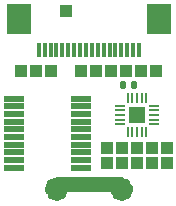
<source format=gbr>
%TF.GenerationSoftware,KiCad,Pcbnew,7.0.9-7.0.9~ubuntu22.04.1*%
%TF.CreationDate,2023-12-31T12:33:58+00:00*%
%TF.ProjectId,COM_MOD,434f4d5f-4d4f-4442-9e6b-696361645f70,1.0*%
%TF.SameCoordinates,Original*%
%TF.FileFunction,Soldermask,Top*%
%TF.FilePolarity,Negative*%
%FSLAX46Y46*%
G04 Gerber Fmt 4.6, Leading zero omitted, Abs format (unit mm)*
G04 Created by KiCad (PCBNEW 7.0.9-7.0.9~ubuntu22.04.1) date 2023-12-31 12:33:58*
%MOMM*%
%LPD*%
G01*
G04 APERTURE LIST*
G04 Aperture macros list*
%AMRoundRect*
0 Rectangle with rounded corners*
0 $1 Rounding radius*
0 $2 $3 $4 $5 $6 $7 $8 $9 X,Y pos of 4 corners*
0 Add a 4 corners polygon primitive as box body*
4,1,4,$2,$3,$4,$5,$6,$7,$8,$9,$2,$3,0*
0 Add four circle primitives for the rounded corners*
1,1,$1+$1,$2,$3*
1,1,$1+$1,$4,$5*
1,1,$1+$1,$6,$7*
1,1,$1+$1,$8,$9*
0 Add four rect primitives between the rounded corners*
20,1,$1+$1,$2,$3,$4,$5,0*
20,1,$1+$1,$4,$5,$6,$7,0*
20,1,$1+$1,$6,$7,$8,$9,0*
20,1,$1+$1,$8,$9,$2,$3,0*%
G04 Aperture macros list end*
%ADD10C,1.000000*%
%ADD11R,1.000000X1.000000*%
%ADD12RoundRect,0.050000X-0.050000X0.375000X-0.050000X-0.375000X0.050000X-0.375000X0.050000X0.375000X0*%
%ADD13RoundRect,0.050000X-0.375000X0.050000X-0.375000X-0.050000X0.375000X-0.050000X0.375000X0.050000X0*%
%ADD14R,1.400000X1.400000*%
%ADD15RoundRect,0.140000X0.140000X0.170000X-0.140000X0.170000X-0.140000X-0.170000X0.140000X-0.170000X0*%
%ADD16R,0.300000X1.250000*%
%ADD17R,2.000000X2.500000*%
%ADD18RoundRect,0.070000X-0.800000X0.150000X-0.800000X-0.150000X0.800000X-0.150000X0.800000X0.150000X0*%
G04 APERTURE END LIST*
D10*
X27750000Y-40000000D02*
G75*
G03*
X27750000Y-40000000I-500000J0D01*
G01*
G36*
X27250000Y-39000000D02*
G01*
X32875000Y-39000000D01*
X32875000Y-40250000D01*
X27250000Y-40250000D01*
X27250000Y-39000000D01*
G37*
X33250000Y-40000000D02*
G75*
G03*
X33250000Y-40000000I-500000J0D01*
G01*
D11*
%TO.C,J17*%
X36575000Y-37770000D03*
%TD*%
%TO.C,J5*%
X29365001Y-30000000D03*
%TD*%
D12*
%TO.C,U1*%
X34870000Y-32260000D03*
X34470000Y-32260000D03*
X34070000Y-32260000D03*
X33670000Y-32260000D03*
X33270000Y-32260000D03*
D13*
X32620000Y-32910000D03*
X32620000Y-33310000D03*
X32620000Y-33710000D03*
X32620000Y-34110000D03*
X32620000Y-34510000D03*
D12*
X33270000Y-35160000D03*
X33670000Y-35160000D03*
X34070000Y-35160000D03*
X34470000Y-35160000D03*
X34870000Y-35160000D03*
D13*
X35520000Y-34510000D03*
X35520000Y-34110000D03*
X35520000Y-33710000D03*
X35520000Y-33310000D03*
X35520000Y-32910000D03*
D14*
X34070000Y-33710000D03*
%TD*%
D11*
%TO.C,J3*%
X28095001Y-24920000D03*
%TD*%
D15*
%TO.C,C1*%
X33840000Y-31190000D03*
X32880000Y-31190000D03*
%TD*%
D11*
%TO.C,J19*%
X24285001Y-30000000D03*
%TD*%
%TO.C,J23*%
X31495000Y-36500000D03*
%TD*%
%TO.C,J20*%
X35715001Y-30000000D03*
%TD*%
D16*
%TO.C,J10*%
X34250001Y-28175000D03*
X33750001Y-28175000D03*
X33250001Y-28175000D03*
X32750001Y-28175000D03*
X32250001Y-28175000D03*
X31750001Y-28175000D03*
X31250001Y-28175000D03*
X30750001Y-28175000D03*
X30250001Y-28175000D03*
X29750001Y-28175000D03*
X29250001Y-28175000D03*
X28750001Y-28175000D03*
X28250001Y-28175000D03*
X27750001Y-28175000D03*
X27250001Y-28175000D03*
X26750001Y-28175000D03*
X26250001Y-28175000D03*
X25750001Y-28175000D03*
D17*
X35940001Y-25600000D03*
X24060001Y-25600000D03*
%TD*%
D11*
%TO.C,J2*%
X26825001Y-30000000D03*
%TD*%
%TO.C,J12*%
X35305000Y-36500000D03*
%TD*%
%TO.C,J8*%
X33175001Y-30000000D03*
%TD*%
%TO.C,J1*%
X25555001Y-30000000D03*
%TD*%
D18*
%TO.C,U2*%
X23700001Y-32325000D03*
X23700001Y-32975000D03*
X23700001Y-33625000D03*
X23700001Y-34275000D03*
X23700001Y-34925000D03*
X23700001Y-35575000D03*
X23700001Y-36225000D03*
X23700001Y-36875000D03*
X23700001Y-37525000D03*
X23700001Y-38175000D03*
X29300001Y-38175000D03*
X29300001Y-37525000D03*
X29300001Y-36875000D03*
X29300001Y-36225000D03*
X29300001Y-35575000D03*
X29300001Y-34925000D03*
X29300001Y-34275000D03*
X29300001Y-33625000D03*
X29300001Y-32975000D03*
X29300001Y-32325000D03*
%TD*%
D11*
%TO.C,J15*%
X34035000Y-37770000D03*
%TD*%
%TO.C,J14*%
X32765000Y-36500000D03*
%TD*%
%TO.C,J18*%
X31495000Y-37770000D03*
%TD*%
%TO.C,J13*%
X34035001Y-36500000D03*
%TD*%
%TO.C,J7*%
X31905001Y-30000000D03*
%TD*%
%TO.C,J21*%
X32765000Y-37770000D03*
%TD*%
%TO.C,J16*%
X35305000Y-37770000D03*
%TD*%
%TO.C,J11*%
X36575000Y-36500000D03*
%TD*%
%TO.C,J6*%
X30635001Y-30000000D03*
%TD*%
%TO.C,J9*%
X34445001Y-30000000D03*
%TD*%
M02*

</source>
